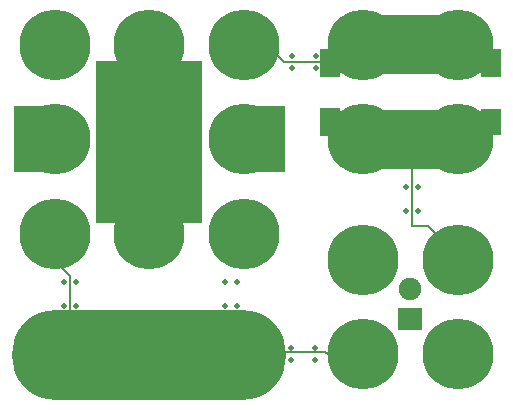
<source format=gtl>
%TF.GenerationSoftware,KiCad,Pcbnew,4.0.5-e0-6337~49~ubuntu16.04.1*%
%TF.CreationDate,2017-01-29T14:30:55-08:00*%
%TF.ProjectId,LegoLED-SMTButton-Battery,4C65676F4C45442D534D54427574746F,1.0*%
%TF.FileFunction,Copper,L1,Top,Signal*%
%FSLAX46Y46*%
G04 Gerber Fmt 4.6, Leading zero omitted, Abs format (unit mm)*
G04 Created by KiCad (PCBNEW 4.0.5-e0-6337~49~ubuntu16.04.1) date Sun Jan 29 14:30:55 2017*
%MOMM*%
%LPD*%
G01*
G04 APERTURE LIST*
%ADD10C,0.350000*%
%ADD11C,5.000000*%
%ADD12C,0.500000*%
%ADD13R,2.000000X1.900000*%
%ADD14C,1.900000*%
%ADD15C,6.000000*%
%ADD16R,2.600000X5.560000*%
%ADD17R,9.000000X13.800000*%
%ADD18R,1.800000X2.400000*%
%ADD19R,1.800000X2.300000*%
%ADD20O,23.240000X7.620000*%
%ADD21C,0.152400*%
%ADD22C,0.350000*%
G04 APERTURE END LIST*
D10*
D11*
X190880000Y-91820000D02*
X182880000Y-91820000D01*
X190980000Y-83720000D02*
X182580000Y-83720000D01*
D12*
X157592000Y-103884000D03*
X158608000Y-103884000D03*
X158608000Y-105916000D03*
X157592000Y-105916000D03*
X171192000Y-103884000D03*
X172208000Y-103884000D03*
X172208000Y-105916000D03*
X171192000Y-105916000D03*
X178816000Y-109492000D03*
X178816000Y-110508000D03*
X176784000Y-110508000D03*
X176784000Y-109492000D03*
X176884000Y-85808000D03*
X176884000Y-84792000D03*
X178916000Y-84792000D03*
X178916000Y-85808000D03*
D13*
X186900000Y-107000000D03*
D14*
X186900000Y-104460000D03*
D15*
X190900000Y-102000000D03*
X190900000Y-110000000D03*
X182900000Y-110000000D03*
X182900000Y-102000000D03*
X164800000Y-91800000D03*
X156800000Y-91800000D03*
X172800000Y-91800000D03*
D16*
X175000000Y-91800000D03*
D17*
X164796000Y-92054000D03*
D16*
X154600000Y-91800000D03*
D15*
X156800000Y-83800000D03*
X164800000Y-83800000D03*
X172800000Y-83800000D03*
X156800000Y-99800000D03*
X164800000Y-99800000D03*
X172800000Y-99800000D03*
D12*
X187508000Y-97916000D03*
X186492000Y-97916000D03*
X186492000Y-95884000D03*
X187508000Y-95884000D03*
D15*
X182880000Y-83820000D03*
X190880000Y-83820000D03*
X190880000Y-91820000D03*
X182880000Y-91820000D03*
D18*
X193680000Y-85320000D03*
D19*
X193680000Y-90320000D03*
D18*
X180080000Y-85320000D03*
X180080000Y-90320000D03*
D20*
X164800000Y-110100000D03*
D21*
X158100000Y-103400000D02*
X158100000Y-106900000D01*
X156800000Y-102100000D02*
X158100000Y-103400000D01*
X156800000Y-99820000D02*
X156800000Y-102100000D01*
X179700000Y-109800000D02*
X174600000Y-109800000D01*
X179900000Y-110000000D02*
X179700000Y-109800000D01*
X182900000Y-110000000D02*
X179900000Y-110000000D01*
X187000000Y-99200000D02*
X187000000Y-91800000D01*
X187200000Y-99200000D02*
X187000000Y-99200000D01*
X188400000Y-99200000D02*
X187200000Y-99200000D01*
X190900000Y-101700000D02*
X188400000Y-99200000D01*
X190900000Y-102000000D02*
X190900000Y-101700000D01*
X172800000Y-99820000D02*
X172800000Y-102000000D01*
X181600000Y-85300000D02*
X182100000Y-84800000D01*
X176200000Y-85300000D02*
X181600000Y-85300000D01*
X174720000Y-83820000D02*
X176200000Y-85300000D01*
X172800000Y-83820000D02*
X174720000Y-83820000D01*
D22*
X157592000Y-103884000D03*
X158608000Y-103884000D03*
X158608000Y-105916000D03*
X157592000Y-105916000D03*
X171192000Y-103884000D03*
X172208000Y-103884000D03*
X172208000Y-105916000D03*
X171192000Y-105916000D03*
X178816000Y-109492000D03*
X178816000Y-110508000D03*
X176784000Y-110508000D03*
X176784000Y-109492000D03*
X176884000Y-85808000D03*
X176884000Y-84792000D03*
X178916000Y-84792000D03*
X178916000Y-85808000D03*
X186900000Y-107000000D03*
X186900000Y-104460000D03*
X190900000Y-102000000D03*
X190900000Y-110000000D03*
X182900000Y-110000000D03*
X182900000Y-102000000D03*
X164800000Y-91800000D03*
X156800000Y-91800000D03*
X172800000Y-91800000D03*
X156800000Y-83800000D03*
X164800000Y-83800000D03*
X172800000Y-83800000D03*
X156800000Y-99800000D03*
X164800000Y-99800000D03*
X172800000Y-99800000D03*
X187508000Y-97916000D03*
X186492000Y-97916000D03*
X186492000Y-95884000D03*
X187508000Y-95884000D03*
X182880000Y-83820000D03*
X190880000Y-83820000D03*
X190880000Y-91820000D03*
X182880000Y-91820000D03*
M02*

</source>
